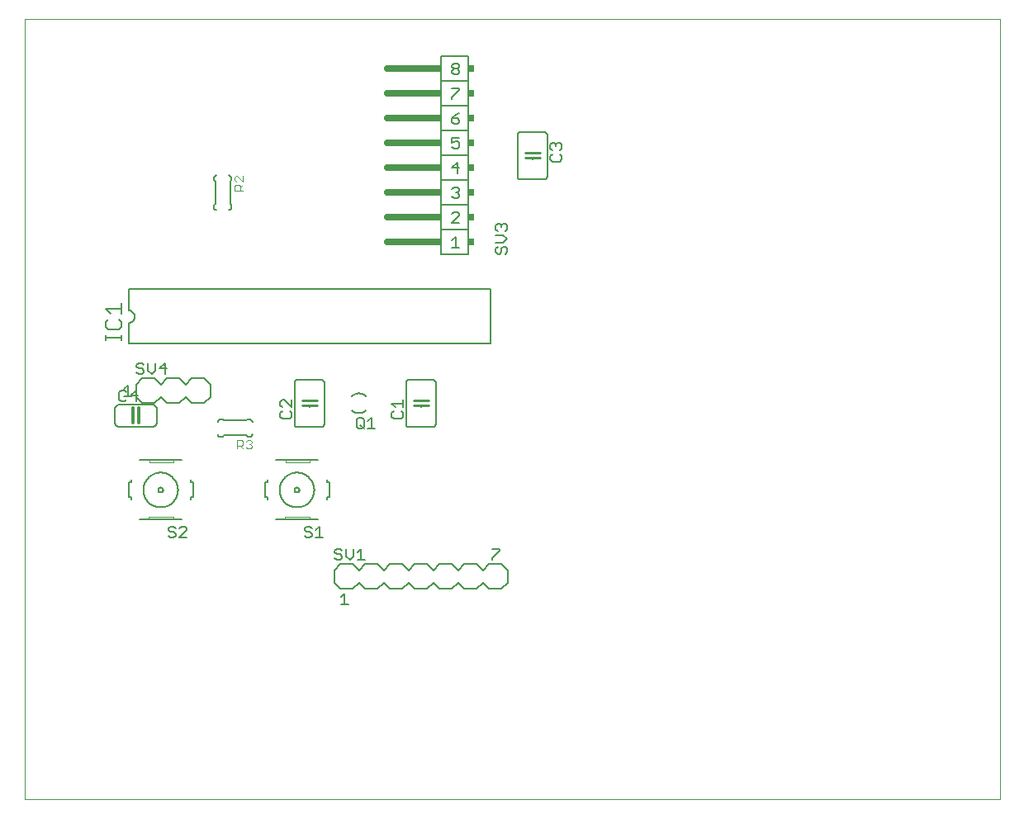
<source format=gto>
G75*
%MOIN*%
%OFA0B0*%
%FSLAX25Y25*%
%IPPOS*%
%LPD*%
%AMOC8*
5,1,8,0,0,1.08239X$1,22.5*
%
%ADD10C,0.00000*%
%ADD11C,0.00600*%
%ADD12C,0.01000*%
%ADD13C,0.00500*%
%ADD14C,0.00700*%
%ADD15C,0.00400*%
%ADD16C,0.00200*%
%ADD17C,0.02600*%
%ADD18R,0.03000X0.02600*%
%ADD19R,0.02600X0.02600*%
%ADD20C,0.01200*%
D10*
X0001000Y0001000D02*
X0001000Y0315961D01*
X0394701Y0315961D01*
X0394701Y0001000D01*
X0001000Y0001000D01*
D11*
X0126000Y0088500D02*
X0128500Y0086000D01*
X0133500Y0086000D01*
X0136000Y0088500D01*
X0138500Y0086000D01*
X0143500Y0086000D01*
X0146000Y0088500D01*
X0148500Y0086000D01*
X0153500Y0086000D01*
X0156000Y0088500D01*
X0158500Y0086000D01*
X0163500Y0086000D01*
X0166000Y0088500D01*
X0168500Y0086000D01*
X0173500Y0086000D01*
X0176000Y0088500D01*
X0178500Y0086000D01*
X0183500Y0086000D01*
X0186000Y0088500D01*
X0188500Y0086000D01*
X0193500Y0086000D01*
X0196000Y0088500D01*
X0196000Y0093500D01*
X0193500Y0096000D01*
X0188500Y0096000D01*
X0186000Y0093500D01*
X0183500Y0096000D01*
X0178500Y0096000D01*
X0176000Y0093500D01*
X0173500Y0096000D01*
X0168500Y0096000D01*
X0166000Y0093500D01*
X0163500Y0096000D01*
X0158500Y0096000D01*
X0156000Y0093500D01*
X0153500Y0096000D01*
X0148500Y0096000D01*
X0146000Y0093500D01*
X0143500Y0096000D01*
X0138500Y0096000D01*
X0136000Y0093500D01*
X0133500Y0096000D01*
X0128500Y0096000D01*
X0126000Y0093500D01*
X0126000Y0088500D01*
X0119500Y0114000D02*
X0116000Y0114000D01*
X0106000Y0114000D01*
X0102500Y0114000D01*
X0099000Y0122000D02*
X0099000Y0123000D01*
X0098000Y0123000D01*
X0098000Y0129000D01*
X0099000Y0129000D01*
X0099000Y0130000D01*
X0102500Y0138000D02*
X0106500Y0138000D01*
X0116000Y0138000D01*
X0119500Y0138000D01*
X0123000Y0130000D02*
X0123000Y0129000D01*
X0124000Y0129000D01*
X0124000Y0123000D01*
X0123000Y0123000D01*
X0123000Y0122000D01*
X0110000Y0126000D02*
X0110002Y0126063D01*
X0110008Y0126125D01*
X0110018Y0126187D01*
X0110031Y0126249D01*
X0110049Y0126309D01*
X0110070Y0126368D01*
X0110095Y0126426D01*
X0110124Y0126482D01*
X0110156Y0126536D01*
X0110191Y0126588D01*
X0110229Y0126637D01*
X0110271Y0126685D01*
X0110315Y0126729D01*
X0110363Y0126771D01*
X0110412Y0126809D01*
X0110464Y0126844D01*
X0110518Y0126876D01*
X0110574Y0126905D01*
X0110632Y0126930D01*
X0110691Y0126951D01*
X0110751Y0126969D01*
X0110813Y0126982D01*
X0110875Y0126992D01*
X0110937Y0126998D01*
X0111000Y0127000D01*
X0111063Y0126998D01*
X0111125Y0126992D01*
X0111187Y0126982D01*
X0111249Y0126969D01*
X0111309Y0126951D01*
X0111368Y0126930D01*
X0111426Y0126905D01*
X0111482Y0126876D01*
X0111536Y0126844D01*
X0111588Y0126809D01*
X0111637Y0126771D01*
X0111685Y0126729D01*
X0111729Y0126685D01*
X0111771Y0126637D01*
X0111809Y0126588D01*
X0111844Y0126536D01*
X0111876Y0126482D01*
X0111905Y0126426D01*
X0111930Y0126368D01*
X0111951Y0126309D01*
X0111969Y0126249D01*
X0111982Y0126187D01*
X0111992Y0126125D01*
X0111998Y0126063D01*
X0112000Y0126000D01*
X0111998Y0125937D01*
X0111992Y0125875D01*
X0111982Y0125813D01*
X0111969Y0125751D01*
X0111951Y0125691D01*
X0111930Y0125632D01*
X0111905Y0125574D01*
X0111876Y0125518D01*
X0111844Y0125464D01*
X0111809Y0125412D01*
X0111771Y0125363D01*
X0111729Y0125315D01*
X0111685Y0125271D01*
X0111637Y0125229D01*
X0111588Y0125191D01*
X0111536Y0125156D01*
X0111482Y0125124D01*
X0111426Y0125095D01*
X0111368Y0125070D01*
X0111309Y0125049D01*
X0111249Y0125031D01*
X0111187Y0125018D01*
X0111125Y0125008D01*
X0111063Y0125002D01*
X0111000Y0125000D01*
X0110937Y0125002D01*
X0110875Y0125008D01*
X0110813Y0125018D01*
X0110751Y0125031D01*
X0110691Y0125049D01*
X0110632Y0125070D01*
X0110574Y0125095D01*
X0110518Y0125124D01*
X0110464Y0125156D01*
X0110412Y0125191D01*
X0110363Y0125229D01*
X0110315Y0125271D01*
X0110271Y0125315D01*
X0110229Y0125363D01*
X0110191Y0125412D01*
X0110156Y0125464D01*
X0110124Y0125518D01*
X0110095Y0125574D01*
X0110070Y0125632D01*
X0110049Y0125691D01*
X0110031Y0125751D01*
X0110018Y0125813D01*
X0110008Y0125875D01*
X0110002Y0125937D01*
X0110000Y0126000D01*
X0104000Y0126000D02*
X0104002Y0126172D01*
X0104008Y0126343D01*
X0104019Y0126515D01*
X0104034Y0126686D01*
X0104053Y0126857D01*
X0104076Y0127027D01*
X0104103Y0127197D01*
X0104135Y0127366D01*
X0104170Y0127534D01*
X0104210Y0127701D01*
X0104254Y0127867D01*
X0104301Y0128032D01*
X0104353Y0128196D01*
X0104409Y0128358D01*
X0104469Y0128519D01*
X0104533Y0128679D01*
X0104601Y0128837D01*
X0104672Y0128993D01*
X0104747Y0129147D01*
X0104827Y0129300D01*
X0104909Y0129450D01*
X0104996Y0129599D01*
X0105086Y0129745D01*
X0105180Y0129889D01*
X0105277Y0130031D01*
X0105378Y0130170D01*
X0105482Y0130307D01*
X0105589Y0130441D01*
X0105700Y0130572D01*
X0105813Y0130701D01*
X0105930Y0130827D01*
X0106050Y0130950D01*
X0106173Y0131070D01*
X0106299Y0131187D01*
X0106428Y0131300D01*
X0106559Y0131411D01*
X0106693Y0131518D01*
X0106830Y0131622D01*
X0106969Y0131723D01*
X0107111Y0131820D01*
X0107255Y0131914D01*
X0107401Y0132004D01*
X0107550Y0132091D01*
X0107700Y0132173D01*
X0107853Y0132253D01*
X0108007Y0132328D01*
X0108163Y0132399D01*
X0108321Y0132467D01*
X0108481Y0132531D01*
X0108642Y0132591D01*
X0108804Y0132647D01*
X0108968Y0132699D01*
X0109133Y0132746D01*
X0109299Y0132790D01*
X0109466Y0132830D01*
X0109634Y0132865D01*
X0109803Y0132897D01*
X0109973Y0132924D01*
X0110143Y0132947D01*
X0110314Y0132966D01*
X0110485Y0132981D01*
X0110657Y0132992D01*
X0110828Y0132998D01*
X0111000Y0133000D01*
X0111172Y0132998D01*
X0111343Y0132992D01*
X0111515Y0132981D01*
X0111686Y0132966D01*
X0111857Y0132947D01*
X0112027Y0132924D01*
X0112197Y0132897D01*
X0112366Y0132865D01*
X0112534Y0132830D01*
X0112701Y0132790D01*
X0112867Y0132746D01*
X0113032Y0132699D01*
X0113196Y0132647D01*
X0113358Y0132591D01*
X0113519Y0132531D01*
X0113679Y0132467D01*
X0113837Y0132399D01*
X0113993Y0132328D01*
X0114147Y0132253D01*
X0114300Y0132173D01*
X0114450Y0132091D01*
X0114599Y0132004D01*
X0114745Y0131914D01*
X0114889Y0131820D01*
X0115031Y0131723D01*
X0115170Y0131622D01*
X0115307Y0131518D01*
X0115441Y0131411D01*
X0115572Y0131300D01*
X0115701Y0131187D01*
X0115827Y0131070D01*
X0115950Y0130950D01*
X0116070Y0130827D01*
X0116187Y0130701D01*
X0116300Y0130572D01*
X0116411Y0130441D01*
X0116518Y0130307D01*
X0116622Y0130170D01*
X0116723Y0130031D01*
X0116820Y0129889D01*
X0116914Y0129745D01*
X0117004Y0129599D01*
X0117091Y0129450D01*
X0117173Y0129300D01*
X0117253Y0129147D01*
X0117328Y0128993D01*
X0117399Y0128837D01*
X0117467Y0128679D01*
X0117531Y0128519D01*
X0117591Y0128358D01*
X0117647Y0128196D01*
X0117699Y0128032D01*
X0117746Y0127867D01*
X0117790Y0127701D01*
X0117830Y0127534D01*
X0117865Y0127366D01*
X0117897Y0127197D01*
X0117924Y0127027D01*
X0117947Y0126857D01*
X0117966Y0126686D01*
X0117981Y0126515D01*
X0117992Y0126343D01*
X0117998Y0126172D01*
X0118000Y0126000D01*
X0117998Y0125828D01*
X0117992Y0125657D01*
X0117981Y0125485D01*
X0117966Y0125314D01*
X0117947Y0125143D01*
X0117924Y0124973D01*
X0117897Y0124803D01*
X0117865Y0124634D01*
X0117830Y0124466D01*
X0117790Y0124299D01*
X0117746Y0124133D01*
X0117699Y0123968D01*
X0117647Y0123804D01*
X0117591Y0123642D01*
X0117531Y0123481D01*
X0117467Y0123321D01*
X0117399Y0123163D01*
X0117328Y0123007D01*
X0117253Y0122853D01*
X0117173Y0122700D01*
X0117091Y0122550D01*
X0117004Y0122401D01*
X0116914Y0122255D01*
X0116820Y0122111D01*
X0116723Y0121969D01*
X0116622Y0121830D01*
X0116518Y0121693D01*
X0116411Y0121559D01*
X0116300Y0121428D01*
X0116187Y0121299D01*
X0116070Y0121173D01*
X0115950Y0121050D01*
X0115827Y0120930D01*
X0115701Y0120813D01*
X0115572Y0120700D01*
X0115441Y0120589D01*
X0115307Y0120482D01*
X0115170Y0120378D01*
X0115031Y0120277D01*
X0114889Y0120180D01*
X0114745Y0120086D01*
X0114599Y0119996D01*
X0114450Y0119909D01*
X0114300Y0119827D01*
X0114147Y0119747D01*
X0113993Y0119672D01*
X0113837Y0119601D01*
X0113679Y0119533D01*
X0113519Y0119469D01*
X0113358Y0119409D01*
X0113196Y0119353D01*
X0113032Y0119301D01*
X0112867Y0119254D01*
X0112701Y0119210D01*
X0112534Y0119170D01*
X0112366Y0119135D01*
X0112197Y0119103D01*
X0112027Y0119076D01*
X0111857Y0119053D01*
X0111686Y0119034D01*
X0111515Y0119019D01*
X0111343Y0119008D01*
X0111172Y0119002D01*
X0111000Y0119000D01*
X0110828Y0119002D01*
X0110657Y0119008D01*
X0110485Y0119019D01*
X0110314Y0119034D01*
X0110143Y0119053D01*
X0109973Y0119076D01*
X0109803Y0119103D01*
X0109634Y0119135D01*
X0109466Y0119170D01*
X0109299Y0119210D01*
X0109133Y0119254D01*
X0108968Y0119301D01*
X0108804Y0119353D01*
X0108642Y0119409D01*
X0108481Y0119469D01*
X0108321Y0119533D01*
X0108163Y0119601D01*
X0108007Y0119672D01*
X0107853Y0119747D01*
X0107700Y0119827D01*
X0107550Y0119909D01*
X0107401Y0119996D01*
X0107255Y0120086D01*
X0107111Y0120180D01*
X0106969Y0120277D01*
X0106830Y0120378D01*
X0106693Y0120482D01*
X0106559Y0120589D01*
X0106428Y0120700D01*
X0106299Y0120813D01*
X0106173Y0120930D01*
X0106050Y0121050D01*
X0105930Y0121173D01*
X0105813Y0121299D01*
X0105700Y0121428D01*
X0105589Y0121559D01*
X0105482Y0121693D01*
X0105378Y0121830D01*
X0105277Y0121969D01*
X0105180Y0122111D01*
X0105086Y0122255D01*
X0104996Y0122401D01*
X0104909Y0122550D01*
X0104827Y0122700D01*
X0104747Y0122853D01*
X0104672Y0123007D01*
X0104601Y0123163D01*
X0104533Y0123321D01*
X0104469Y0123481D01*
X0104409Y0123642D01*
X0104353Y0123804D01*
X0104301Y0123968D01*
X0104254Y0124133D01*
X0104210Y0124299D01*
X0104170Y0124466D01*
X0104135Y0124634D01*
X0104103Y0124803D01*
X0104076Y0124973D01*
X0104053Y0125143D01*
X0104034Y0125314D01*
X0104019Y0125485D01*
X0104008Y0125657D01*
X0104002Y0125828D01*
X0104000Y0126000D01*
X0092000Y0147500D02*
X0091000Y0147500D01*
X0090500Y0148000D01*
X0081500Y0148000D01*
X0081000Y0147500D01*
X0080000Y0147500D01*
X0079940Y0147502D01*
X0079879Y0147507D01*
X0079820Y0147516D01*
X0079761Y0147529D01*
X0079702Y0147545D01*
X0079645Y0147565D01*
X0079590Y0147588D01*
X0079535Y0147615D01*
X0079483Y0147644D01*
X0079432Y0147677D01*
X0079383Y0147713D01*
X0079337Y0147751D01*
X0079293Y0147793D01*
X0079251Y0147837D01*
X0079213Y0147883D01*
X0079177Y0147932D01*
X0079144Y0147983D01*
X0079115Y0148035D01*
X0079088Y0148090D01*
X0079065Y0148145D01*
X0079045Y0148202D01*
X0079029Y0148261D01*
X0079016Y0148320D01*
X0079007Y0148379D01*
X0079002Y0148440D01*
X0079000Y0148500D01*
X0079000Y0153500D02*
X0079002Y0153560D01*
X0079007Y0153621D01*
X0079016Y0153680D01*
X0079029Y0153739D01*
X0079045Y0153798D01*
X0079065Y0153855D01*
X0079088Y0153910D01*
X0079115Y0153965D01*
X0079144Y0154017D01*
X0079177Y0154068D01*
X0079213Y0154117D01*
X0079251Y0154163D01*
X0079293Y0154207D01*
X0079337Y0154249D01*
X0079383Y0154287D01*
X0079432Y0154323D01*
X0079483Y0154356D01*
X0079535Y0154385D01*
X0079590Y0154412D01*
X0079645Y0154435D01*
X0079702Y0154455D01*
X0079761Y0154471D01*
X0079820Y0154484D01*
X0079879Y0154493D01*
X0079940Y0154498D01*
X0080000Y0154500D01*
X0081000Y0154500D01*
X0081500Y0154000D01*
X0090500Y0154000D01*
X0091000Y0154500D01*
X0092000Y0154500D01*
X0092060Y0154498D01*
X0092121Y0154493D01*
X0092180Y0154484D01*
X0092239Y0154471D01*
X0092298Y0154455D01*
X0092355Y0154435D01*
X0092410Y0154412D01*
X0092465Y0154385D01*
X0092517Y0154356D01*
X0092568Y0154323D01*
X0092617Y0154287D01*
X0092663Y0154249D01*
X0092707Y0154207D01*
X0092749Y0154163D01*
X0092787Y0154117D01*
X0092823Y0154068D01*
X0092856Y0154017D01*
X0092885Y0153965D01*
X0092912Y0153910D01*
X0092935Y0153855D01*
X0092955Y0153798D01*
X0092971Y0153739D01*
X0092984Y0153680D01*
X0092993Y0153621D01*
X0092998Y0153560D01*
X0093000Y0153500D01*
X0093000Y0148500D02*
X0092998Y0148440D01*
X0092993Y0148379D01*
X0092984Y0148320D01*
X0092971Y0148261D01*
X0092955Y0148202D01*
X0092935Y0148145D01*
X0092912Y0148090D01*
X0092885Y0148035D01*
X0092856Y0147983D01*
X0092823Y0147932D01*
X0092787Y0147883D01*
X0092749Y0147837D01*
X0092707Y0147793D01*
X0092663Y0147751D01*
X0092617Y0147713D01*
X0092568Y0147677D01*
X0092517Y0147644D01*
X0092465Y0147615D01*
X0092410Y0147588D01*
X0092355Y0147565D01*
X0092298Y0147545D01*
X0092239Y0147529D01*
X0092180Y0147516D01*
X0092121Y0147507D01*
X0092060Y0147502D01*
X0092000Y0147500D01*
X0110000Y0152500D02*
X0110000Y0169500D01*
X0110002Y0169560D01*
X0110007Y0169621D01*
X0110016Y0169680D01*
X0110029Y0169739D01*
X0110045Y0169798D01*
X0110065Y0169855D01*
X0110088Y0169910D01*
X0110115Y0169965D01*
X0110144Y0170017D01*
X0110177Y0170068D01*
X0110213Y0170117D01*
X0110251Y0170163D01*
X0110293Y0170207D01*
X0110337Y0170249D01*
X0110383Y0170287D01*
X0110432Y0170323D01*
X0110483Y0170356D01*
X0110535Y0170385D01*
X0110590Y0170412D01*
X0110645Y0170435D01*
X0110702Y0170455D01*
X0110761Y0170471D01*
X0110820Y0170484D01*
X0110879Y0170493D01*
X0110940Y0170498D01*
X0111000Y0170500D01*
X0121000Y0170500D01*
X0121060Y0170498D01*
X0121121Y0170493D01*
X0121180Y0170484D01*
X0121239Y0170471D01*
X0121298Y0170455D01*
X0121355Y0170435D01*
X0121410Y0170412D01*
X0121465Y0170385D01*
X0121517Y0170356D01*
X0121568Y0170323D01*
X0121617Y0170287D01*
X0121663Y0170249D01*
X0121707Y0170207D01*
X0121749Y0170163D01*
X0121787Y0170117D01*
X0121823Y0170068D01*
X0121856Y0170017D01*
X0121885Y0169965D01*
X0121912Y0169910D01*
X0121935Y0169855D01*
X0121955Y0169798D01*
X0121971Y0169739D01*
X0121984Y0169680D01*
X0121993Y0169621D01*
X0121998Y0169560D01*
X0122000Y0169500D01*
X0122000Y0152500D01*
X0121998Y0152440D01*
X0121993Y0152379D01*
X0121984Y0152320D01*
X0121971Y0152261D01*
X0121955Y0152202D01*
X0121935Y0152145D01*
X0121912Y0152090D01*
X0121885Y0152035D01*
X0121856Y0151983D01*
X0121823Y0151932D01*
X0121787Y0151883D01*
X0121749Y0151837D01*
X0121707Y0151793D01*
X0121663Y0151751D01*
X0121617Y0151713D01*
X0121568Y0151677D01*
X0121517Y0151644D01*
X0121465Y0151615D01*
X0121410Y0151588D01*
X0121355Y0151565D01*
X0121298Y0151545D01*
X0121239Y0151529D01*
X0121180Y0151516D01*
X0121121Y0151507D01*
X0121060Y0151502D01*
X0121000Y0151500D01*
X0111000Y0151500D01*
X0110940Y0151502D01*
X0110879Y0151507D01*
X0110820Y0151516D01*
X0110761Y0151529D01*
X0110702Y0151545D01*
X0110645Y0151565D01*
X0110590Y0151588D01*
X0110535Y0151615D01*
X0110483Y0151644D01*
X0110432Y0151677D01*
X0110383Y0151713D01*
X0110337Y0151751D01*
X0110293Y0151793D01*
X0110251Y0151837D01*
X0110213Y0151883D01*
X0110177Y0151932D01*
X0110144Y0151983D01*
X0110115Y0152035D01*
X0110088Y0152090D01*
X0110065Y0152145D01*
X0110045Y0152202D01*
X0110029Y0152261D01*
X0110016Y0152320D01*
X0110007Y0152379D01*
X0110002Y0152440D01*
X0110000Y0152500D01*
X0116000Y0159500D02*
X0116000Y0160000D01*
X0116000Y0162000D02*
X0116000Y0162500D01*
X0136000Y0165000D02*
X0136126Y0164998D01*
X0136251Y0164992D01*
X0136377Y0164982D01*
X0136501Y0164968D01*
X0136626Y0164951D01*
X0136750Y0164929D01*
X0136873Y0164904D01*
X0136995Y0164874D01*
X0137116Y0164841D01*
X0137236Y0164804D01*
X0137355Y0164763D01*
X0137473Y0164719D01*
X0137589Y0164671D01*
X0137703Y0164619D01*
X0137816Y0164564D01*
X0137927Y0164505D01*
X0138036Y0164443D01*
X0138143Y0164377D01*
X0138248Y0164308D01*
X0138351Y0164236D01*
X0138452Y0164161D01*
X0138550Y0164082D01*
X0138645Y0164000D01*
X0138738Y0163916D01*
X0138829Y0163828D01*
X0136000Y0165000D02*
X0135874Y0164998D01*
X0135749Y0164992D01*
X0135623Y0164982D01*
X0135499Y0164968D01*
X0135374Y0164951D01*
X0135250Y0164929D01*
X0135127Y0164904D01*
X0135005Y0164874D01*
X0134884Y0164841D01*
X0134764Y0164804D01*
X0134645Y0164763D01*
X0134527Y0164719D01*
X0134411Y0164671D01*
X0134297Y0164619D01*
X0134184Y0164564D01*
X0134073Y0164505D01*
X0133964Y0164443D01*
X0133857Y0164377D01*
X0133752Y0164308D01*
X0133649Y0164236D01*
X0133548Y0164161D01*
X0133450Y0164082D01*
X0133355Y0164000D01*
X0133262Y0163916D01*
X0133171Y0163828D01*
X0136000Y0157000D02*
X0136126Y0157002D01*
X0136251Y0157008D01*
X0136377Y0157018D01*
X0136501Y0157032D01*
X0136626Y0157049D01*
X0136750Y0157071D01*
X0136873Y0157096D01*
X0136995Y0157126D01*
X0137116Y0157159D01*
X0137236Y0157196D01*
X0137355Y0157237D01*
X0137473Y0157281D01*
X0137589Y0157329D01*
X0137703Y0157381D01*
X0137816Y0157436D01*
X0137927Y0157495D01*
X0138036Y0157557D01*
X0138143Y0157623D01*
X0138248Y0157692D01*
X0138351Y0157764D01*
X0138452Y0157839D01*
X0138550Y0157918D01*
X0138645Y0158000D01*
X0138738Y0158084D01*
X0138829Y0158172D01*
X0136000Y0157000D02*
X0135874Y0157002D01*
X0135749Y0157008D01*
X0135623Y0157018D01*
X0135499Y0157032D01*
X0135374Y0157049D01*
X0135250Y0157071D01*
X0135127Y0157096D01*
X0135005Y0157126D01*
X0134884Y0157159D01*
X0134764Y0157196D01*
X0134645Y0157237D01*
X0134527Y0157281D01*
X0134411Y0157329D01*
X0134297Y0157381D01*
X0134184Y0157436D01*
X0134073Y0157495D01*
X0133964Y0157557D01*
X0133857Y0157623D01*
X0133752Y0157692D01*
X0133649Y0157764D01*
X0133548Y0157839D01*
X0133450Y0157918D01*
X0133355Y0158000D01*
X0133262Y0158084D01*
X0133171Y0158172D01*
X0155000Y0152500D02*
X0155000Y0169500D01*
X0155002Y0169560D01*
X0155007Y0169621D01*
X0155016Y0169680D01*
X0155029Y0169739D01*
X0155045Y0169798D01*
X0155065Y0169855D01*
X0155088Y0169910D01*
X0155115Y0169965D01*
X0155144Y0170017D01*
X0155177Y0170068D01*
X0155213Y0170117D01*
X0155251Y0170163D01*
X0155293Y0170207D01*
X0155337Y0170249D01*
X0155383Y0170287D01*
X0155432Y0170323D01*
X0155483Y0170356D01*
X0155535Y0170385D01*
X0155590Y0170412D01*
X0155645Y0170435D01*
X0155702Y0170455D01*
X0155761Y0170471D01*
X0155820Y0170484D01*
X0155879Y0170493D01*
X0155940Y0170498D01*
X0156000Y0170500D01*
X0166000Y0170500D01*
X0166060Y0170498D01*
X0166121Y0170493D01*
X0166180Y0170484D01*
X0166239Y0170471D01*
X0166298Y0170455D01*
X0166355Y0170435D01*
X0166410Y0170412D01*
X0166465Y0170385D01*
X0166517Y0170356D01*
X0166568Y0170323D01*
X0166617Y0170287D01*
X0166663Y0170249D01*
X0166707Y0170207D01*
X0166749Y0170163D01*
X0166787Y0170117D01*
X0166823Y0170068D01*
X0166856Y0170017D01*
X0166885Y0169965D01*
X0166912Y0169910D01*
X0166935Y0169855D01*
X0166955Y0169798D01*
X0166971Y0169739D01*
X0166984Y0169680D01*
X0166993Y0169621D01*
X0166998Y0169560D01*
X0167000Y0169500D01*
X0167000Y0152500D01*
X0166998Y0152440D01*
X0166993Y0152379D01*
X0166984Y0152320D01*
X0166971Y0152261D01*
X0166955Y0152202D01*
X0166935Y0152145D01*
X0166912Y0152090D01*
X0166885Y0152035D01*
X0166856Y0151983D01*
X0166823Y0151932D01*
X0166787Y0151883D01*
X0166749Y0151837D01*
X0166707Y0151793D01*
X0166663Y0151751D01*
X0166617Y0151713D01*
X0166568Y0151677D01*
X0166517Y0151644D01*
X0166465Y0151615D01*
X0166410Y0151588D01*
X0166355Y0151565D01*
X0166298Y0151545D01*
X0166239Y0151529D01*
X0166180Y0151516D01*
X0166121Y0151507D01*
X0166060Y0151502D01*
X0166000Y0151500D01*
X0156000Y0151500D01*
X0155940Y0151502D01*
X0155879Y0151507D01*
X0155820Y0151516D01*
X0155761Y0151529D01*
X0155702Y0151545D01*
X0155645Y0151565D01*
X0155590Y0151588D01*
X0155535Y0151615D01*
X0155483Y0151644D01*
X0155432Y0151677D01*
X0155383Y0151713D01*
X0155337Y0151751D01*
X0155293Y0151793D01*
X0155251Y0151837D01*
X0155213Y0151883D01*
X0155177Y0151932D01*
X0155144Y0151983D01*
X0155115Y0152035D01*
X0155088Y0152090D01*
X0155065Y0152145D01*
X0155045Y0152202D01*
X0155029Y0152261D01*
X0155016Y0152320D01*
X0155007Y0152379D01*
X0155002Y0152440D01*
X0155000Y0152500D01*
X0161000Y0159500D02*
X0161000Y0160000D01*
X0161000Y0162000D02*
X0161000Y0162500D01*
X0189000Y0185000D02*
X0189000Y0207000D01*
X0043000Y0207000D01*
X0043000Y0198500D01*
X0043098Y0198498D01*
X0043196Y0198492D01*
X0043294Y0198483D01*
X0043391Y0198469D01*
X0043488Y0198452D01*
X0043584Y0198431D01*
X0043679Y0198406D01*
X0043773Y0198378D01*
X0043865Y0198345D01*
X0043957Y0198310D01*
X0044047Y0198270D01*
X0044135Y0198228D01*
X0044222Y0198181D01*
X0044306Y0198132D01*
X0044389Y0198079D01*
X0044469Y0198023D01*
X0044548Y0197963D01*
X0044624Y0197901D01*
X0044697Y0197836D01*
X0044768Y0197768D01*
X0044836Y0197697D01*
X0044901Y0197624D01*
X0044963Y0197548D01*
X0045023Y0197469D01*
X0045079Y0197389D01*
X0045132Y0197306D01*
X0045181Y0197222D01*
X0045228Y0197135D01*
X0045270Y0197047D01*
X0045310Y0196957D01*
X0045345Y0196865D01*
X0045378Y0196773D01*
X0045406Y0196679D01*
X0045431Y0196584D01*
X0045452Y0196488D01*
X0045469Y0196391D01*
X0045483Y0196294D01*
X0045492Y0196196D01*
X0045498Y0196098D01*
X0045500Y0196000D01*
X0045498Y0195902D01*
X0045492Y0195804D01*
X0045483Y0195706D01*
X0045469Y0195609D01*
X0045452Y0195512D01*
X0045431Y0195416D01*
X0045406Y0195321D01*
X0045378Y0195227D01*
X0045345Y0195135D01*
X0045310Y0195043D01*
X0045270Y0194953D01*
X0045228Y0194865D01*
X0045181Y0194778D01*
X0045132Y0194694D01*
X0045079Y0194611D01*
X0045023Y0194531D01*
X0044963Y0194452D01*
X0044901Y0194376D01*
X0044836Y0194303D01*
X0044768Y0194232D01*
X0044697Y0194164D01*
X0044624Y0194099D01*
X0044548Y0194037D01*
X0044469Y0193977D01*
X0044389Y0193921D01*
X0044306Y0193868D01*
X0044222Y0193819D01*
X0044135Y0193772D01*
X0044047Y0193730D01*
X0043957Y0193690D01*
X0043865Y0193655D01*
X0043773Y0193622D01*
X0043679Y0193594D01*
X0043584Y0193569D01*
X0043488Y0193548D01*
X0043391Y0193531D01*
X0043294Y0193517D01*
X0043196Y0193508D01*
X0043098Y0193502D01*
X0043000Y0193500D01*
X0043000Y0185000D01*
X0189000Y0185000D01*
X0180000Y0221000D02*
X0169000Y0221000D01*
X0169000Y0231000D01*
X0169000Y0241000D01*
X0180000Y0241000D01*
X0180000Y0231000D01*
X0180000Y0221000D01*
X0180000Y0231000D02*
X0169000Y0231000D01*
X0169000Y0241000D02*
X0169000Y0251000D01*
X0169000Y0261000D01*
X0169000Y0271000D01*
X0180000Y0271000D01*
X0180000Y0261000D01*
X0180000Y0251000D01*
X0180000Y0241000D01*
X0180000Y0251000D02*
X0169000Y0251000D01*
X0169000Y0261000D02*
X0180000Y0261000D01*
X0180000Y0271000D02*
X0180000Y0281000D01*
X0180000Y0291000D01*
X0169000Y0291000D01*
X0169000Y0281000D01*
X0169000Y0271000D01*
X0169000Y0281000D02*
X0180000Y0281000D01*
X0180000Y0291000D02*
X0180000Y0301000D01*
X0169000Y0301000D01*
X0169000Y0291000D01*
X0200000Y0269500D02*
X0200000Y0252500D01*
X0200002Y0252440D01*
X0200007Y0252379D01*
X0200016Y0252320D01*
X0200029Y0252261D01*
X0200045Y0252202D01*
X0200065Y0252145D01*
X0200088Y0252090D01*
X0200115Y0252035D01*
X0200144Y0251983D01*
X0200177Y0251932D01*
X0200213Y0251883D01*
X0200251Y0251837D01*
X0200293Y0251793D01*
X0200337Y0251751D01*
X0200383Y0251713D01*
X0200432Y0251677D01*
X0200483Y0251644D01*
X0200535Y0251615D01*
X0200590Y0251588D01*
X0200645Y0251565D01*
X0200702Y0251545D01*
X0200761Y0251529D01*
X0200820Y0251516D01*
X0200879Y0251507D01*
X0200940Y0251502D01*
X0201000Y0251500D01*
X0211000Y0251500D01*
X0211060Y0251502D01*
X0211121Y0251507D01*
X0211180Y0251516D01*
X0211239Y0251529D01*
X0211298Y0251545D01*
X0211355Y0251565D01*
X0211410Y0251588D01*
X0211465Y0251615D01*
X0211517Y0251644D01*
X0211568Y0251677D01*
X0211617Y0251713D01*
X0211663Y0251751D01*
X0211707Y0251793D01*
X0211749Y0251837D01*
X0211787Y0251883D01*
X0211823Y0251932D01*
X0211856Y0251983D01*
X0211885Y0252035D01*
X0211912Y0252090D01*
X0211935Y0252145D01*
X0211955Y0252202D01*
X0211971Y0252261D01*
X0211984Y0252320D01*
X0211993Y0252379D01*
X0211998Y0252440D01*
X0212000Y0252500D01*
X0212000Y0269500D01*
X0211998Y0269560D01*
X0211993Y0269621D01*
X0211984Y0269680D01*
X0211971Y0269739D01*
X0211955Y0269798D01*
X0211935Y0269855D01*
X0211912Y0269910D01*
X0211885Y0269965D01*
X0211856Y0270017D01*
X0211823Y0270068D01*
X0211787Y0270117D01*
X0211749Y0270163D01*
X0211707Y0270207D01*
X0211663Y0270249D01*
X0211617Y0270287D01*
X0211568Y0270323D01*
X0211517Y0270356D01*
X0211465Y0270385D01*
X0211410Y0270412D01*
X0211355Y0270435D01*
X0211298Y0270455D01*
X0211239Y0270471D01*
X0211180Y0270484D01*
X0211121Y0270493D01*
X0211060Y0270498D01*
X0211000Y0270500D01*
X0201000Y0270500D01*
X0200940Y0270498D01*
X0200879Y0270493D01*
X0200820Y0270484D01*
X0200761Y0270471D01*
X0200702Y0270455D01*
X0200645Y0270435D01*
X0200590Y0270412D01*
X0200535Y0270385D01*
X0200483Y0270356D01*
X0200432Y0270323D01*
X0200383Y0270287D01*
X0200337Y0270249D01*
X0200293Y0270207D01*
X0200251Y0270163D01*
X0200213Y0270117D01*
X0200177Y0270068D01*
X0200144Y0270017D01*
X0200115Y0269965D01*
X0200088Y0269910D01*
X0200065Y0269855D01*
X0200045Y0269798D01*
X0200029Y0269739D01*
X0200016Y0269680D01*
X0200007Y0269621D01*
X0200002Y0269560D01*
X0200000Y0269500D01*
X0206000Y0262500D02*
X0206000Y0262000D01*
X0206000Y0260000D02*
X0206000Y0259500D01*
X0084500Y0252000D02*
X0084500Y0251000D01*
X0084000Y0250500D01*
X0084000Y0241500D01*
X0084500Y0241000D01*
X0084500Y0240000D01*
X0084498Y0239940D01*
X0084493Y0239879D01*
X0084484Y0239820D01*
X0084471Y0239761D01*
X0084455Y0239702D01*
X0084435Y0239645D01*
X0084412Y0239590D01*
X0084385Y0239535D01*
X0084356Y0239483D01*
X0084323Y0239432D01*
X0084287Y0239383D01*
X0084249Y0239337D01*
X0084207Y0239293D01*
X0084163Y0239251D01*
X0084117Y0239213D01*
X0084068Y0239177D01*
X0084017Y0239144D01*
X0083965Y0239115D01*
X0083910Y0239088D01*
X0083855Y0239065D01*
X0083798Y0239045D01*
X0083739Y0239029D01*
X0083680Y0239016D01*
X0083621Y0239007D01*
X0083560Y0239002D01*
X0083500Y0239000D01*
X0078500Y0239000D02*
X0078440Y0239002D01*
X0078379Y0239007D01*
X0078320Y0239016D01*
X0078261Y0239029D01*
X0078202Y0239045D01*
X0078145Y0239065D01*
X0078090Y0239088D01*
X0078035Y0239115D01*
X0077983Y0239144D01*
X0077932Y0239177D01*
X0077883Y0239213D01*
X0077837Y0239251D01*
X0077793Y0239293D01*
X0077751Y0239337D01*
X0077713Y0239383D01*
X0077677Y0239432D01*
X0077644Y0239483D01*
X0077615Y0239535D01*
X0077588Y0239590D01*
X0077565Y0239645D01*
X0077545Y0239702D01*
X0077529Y0239761D01*
X0077516Y0239820D01*
X0077507Y0239879D01*
X0077502Y0239940D01*
X0077500Y0240000D01*
X0077500Y0241000D01*
X0078000Y0241500D01*
X0078000Y0250500D01*
X0077500Y0251000D01*
X0077500Y0252000D01*
X0077502Y0252060D01*
X0077507Y0252121D01*
X0077516Y0252180D01*
X0077529Y0252239D01*
X0077545Y0252298D01*
X0077565Y0252355D01*
X0077588Y0252410D01*
X0077615Y0252465D01*
X0077644Y0252517D01*
X0077677Y0252568D01*
X0077713Y0252617D01*
X0077751Y0252663D01*
X0077793Y0252707D01*
X0077837Y0252749D01*
X0077883Y0252787D01*
X0077932Y0252823D01*
X0077983Y0252856D01*
X0078035Y0252885D01*
X0078090Y0252912D01*
X0078145Y0252935D01*
X0078202Y0252955D01*
X0078261Y0252971D01*
X0078320Y0252984D01*
X0078379Y0252993D01*
X0078440Y0252998D01*
X0078500Y0253000D01*
X0083500Y0253000D02*
X0083560Y0252998D01*
X0083621Y0252993D01*
X0083680Y0252984D01*
X0083739Y0252971D01*
X0083798Y0252955D01*
X0083855Y0252935D01*
X0083910Y0252912D01*
X0083965Y0252885D01*
X0084017Y0252856D01*
X0084068Y0252823D01*
X0084117Y0252787D01*
X0084163Y0252749D01*
X0084207Y0252707D01*
X0084249Y0252663D01*
X0084287Y0252617D01*
X0084323Y0252568D01*
X0084356Y0252517D01*
X0084385Y0252465D01*
X0084412Y0252410D01*
X0084435Y0252355D01*
X0084455Y0252298D01*
X0084471Y0252239D01*
X0084484Y0252180D01*
X0084493Y0252121D01*
X0084498Y0252060D01*
X0084500Y0252000D01*
X0073500Y0171000D02*
X0068500Y0171000D01*
X0066000Y0168500D01*
X0063500Y0171000D01*
X0058500Y0171000D01*
X0056000Y0168500D01*
X0053500Y0171000D01*
X0048500Y0171000D01*
X0046000Y0168500D01*
X0046000Y0163500D01*
X0048500Y0161000D01*
X0053500Y0161000D01*
X0056000Y0163500D01*
X0058500Y0161000D01*
X0063500Y0161000D01*
X0066000Y0163500D01*
X0068500Y0161000D01*
X0073500Y0161000D01*
X0076000Y0163500D01*
X0076000Y0168500D01*
X0073500Y0171000D01*
X0054500Y0158500D02*
X0054500Y0153500D01*
X0054498Y0153413D01*
X0054492Y0153326D01*
X0054483Y0153239D01*
X0054470Y0153153D01*
X0054453Y0153067D01*
X0054432Y0152982D01*
X0054407Y0152899D01*
X0054379Y0152816D01*
X0054348Y0152735D01*
X0054313Y0152655D01*
X0054274Y0152577D01*
X0054232Y0152500D01*
X0054187Y0152425D01*
X0054138Y0152353D01*
X0054087Y0152282D01*
X0054032Y0152214D01*
X0053975Y0152149D01*
X0053914Y0152086D01*
X0053851Y0152025D01*
X0053786Y0151968D01*
X0053718Y0151913D01*
X0053647Y0151862D01*
X0053575Y0151813D01*
X0053500Y0151768D01*
X0053423Y0151726D01*
X0053345Y0151687D01*
X0053265Y0151652D01*
X0053184Y0151621D01*
X0053101Y0151593D01*
X0053018Y0151568D01*
X0052933Y0151547D01*
X0052847Y0151530D01*
X0052761Y0151517D01*
X0052674Y0151508D01*
X0052587Y0151502D01*
X0052500Y0151500D01*
X0039500Y0151500D01*
X0039413Y0151502D01*
X0039326Y0151508D01*
X0039239Y0151517D01*
X0039153Y0151530D01*
X0039067Y0151547D01*
X0038982Y0151568D01*
X0038899Y0151593D01*
X0038816Y0151621D01*
X0038735Y0151652D01*
X0038655Y0151687D01*
X0038577Y0151726D01*
X0038500Y0151768D01*
X0038425Y0151813D01*
X0038353Y0151862D01*
X0038282Y0151913D01*
X0038214Y0151968D01*
X0038149Y0152025D01*
X0038086Y0152086D01*
X0038025Y0152149D01*
X0037968Y0152214D01*
X0037913Y0152282D01*
X0037862Y0152353D01*
X0037813Y0152425D01*
X0037768Y0152500D01*
X0037726Y0152577D01*
X0037687Y0152655D01*
X0037652Y0152735D01*
X0037621Y0152816D01*
X0037593Y0152899D01*
X0037568Y0152982D01*
X0037547Y0153067D01*
X0037530Y0153153D01*
X0037517Y0153239D01*
X0037508Y0153326D01*
X0037502Y0153413D01*
X0037500Y0153500D01*
X0037500Y0158500D01*
X0037502Y0158587D01*
X0037508Y0158674D01*
X0037517Y0158761D01*
X0037530Y0158847D01*
X0037547Y0158933D01*
X0037568Y0159018D01*
X0037593Y0159101D01*
X0037621Y0159184D01*
X0037652Y0159265D01*
X0037687Y0159345D01*
X0037726Y0159423D01*
X0037768Y0159500D01*
X0037813Y0159575D01*
X0037862Y0159647D01*
X0037913Y0159718D01*
X0037968Y0159786D01*
X0038025Y0159851D01*
X0038086Y0159914D01*
X0038149Y0159975D01*
X0038214Y0160032D01*
X0038282Y0160087D01*
X0038353Y0160138D01*
X0038425Y0160187D01*
X0038500Y0160232D01*
X0038577Y0160274D01*
X0038655Y0160313D01*
X0038735Y0160348D01*
X0038816Y0160379D01*
X0038899Y0160407D01*
X0038982Y0160432D01*
X0039067Y0160453D01*
X0039153Y0160470D01*
X0039239Y0160483D01*
X0039326Y0160492D01*
X0039413Y0160498D01*
X0039500Y0160500D01*
X0052500Y0160500D01*
X0052587Y0160498D01*
X0052674Y0160492D01*
X0052761Y0160483D01*
X0052847Y0160470D01*
X0052933Y0160453D01*
X0053018Y0160432D01*
X0053101Y0160407D01*
X0053184Y0160379D01*
X0053265Y0160348D01*
X0053345Y0160313D01*
X0053423Y0160274D01*
X0053500Y0160232D01*
X0053575Y0160187D01*
X0053647Y0160138D01*
X0053718Y0160087D01*
X0053786Y0160032D01*
X0053851Y0159975D01*
X0053914Y0159914D01*
X0053975Y0159851D01*
X0054032Y0159786D01*
X0054087Y0159718D01*
X0054138Y0159647D01*
X0054187Y0159575D01*
X0054232Y0159500D01*
X0054274Y0159423D01*
X0054313Y0159345D01*
X0054348Y0159265D01*
X0054379Y0159184D01*
X0054407Y0159101D01*
X0054432Y0159018D01*
X0054453Y0158933D01*
X0054470Y0158847D01*
X0054483Y0158761D01*
X0054492Y0158674D01*
X0054498Y0158587D01*
X0054500Y0158500D01*
X0051500Y0138000D02*
X0047500Y0138000D01*
X0051500Y0138000D02*
X0061000Y0138000D01*
X0064500Y0138000D01*
X0068000Y0130000D02*
X0068000Y0129000D01*
X0069000Y0129000D01*
X0069000Y0123000D01*
X0068000Y0123000D01*
X0068000Y0122000D01*
X0064500Y0114000D02*
X0061000Y0114000D01*
X0051000Y0114000D01*
X0047500Y0114000D01*
X0044000Y0122000D02*
X0044000Y0123000D01*
X0043000Y0123000D01*
X0043000Y0129000D01*
X0044000Y0129000D01*
X0044000Y0130000D01*
X0055000Y0126000D02*
X0055002Y0126063D01*
X0055008Y0126125D01*
X0055018Y0126187D01*
X0055031Y0126249D01*
X0055049Y0126309D01*
X0055070Y0126368D01*
X0055095Y0126426D01*
X0055124Y0126482D01*
X0055156Y0126536D01*
X0055191Y0126588D01*
X0055229Y0126637D01*
X0055271Y0126685D01*
X0055315Y0126729D01*
X0055363Y0126771D01*
X0055412Y0126809D01*
X0055464Y0126844D01*
X0055518Y0126876D01*
X0055574Y0126905D01*
X0055632Y0126930D01*
X0055691Y0126951D01*
X0055751Y0126969D01*
X0055813Y0126982D01*
X0055875Y0126992D01*
X0055937Y0126998D01*
X0056000Y0127000D01*
X0056063Y0126998D01*
X0056125Y0126992D01*
X0056187Y0126982D01*
X0056249Y0126969D01*
X0056309Y0126951D01*
X0056368Y0126930D01*
X0056426Y0126905D01*
X0056482Y0126876D01*
X0056536Y0126844D01*
X0056588Y0126809D01*
X0056637Y0126771D01*
X0056685Y0126729D01*
X0056729Y0126685D01*
X0056771Y0126637D01*
X0056809Y0126588D01*
X0056844Y0126536D01*
X0056876Y0126482D01*
X0056905Y0126426D01*
X0056930Y0126368D01*
X0056951Y0126309D01*
X0056969Y0126249D01*
X0056982Y0126187D01*
X0056992Y0126125D01*
X0056998Y0126063D01*
X0057000Y0126000D01*
X0056998Y0125937D01*
X0056992Y0125875D01*
X0056982Y0125813D01*
X0056969Y0125751D01*
X0056951Y0125691D01*
X0056930Y0125632D01*
X0056905Y0125574D01*
X0056876Y0125518D01*
X0056844Y0125464D01*
X0056809Y0125412D01*
X0056771Y0125363D01*
X0056729Y0125315D01*
X0056685Y0125271D01*
X0056637Y0125229D01*
X0056588Y0125191D01*
X0056536Y0125156D01*
X0056482Y0125124D01*
X0056426Y0125095D01*
X0056368Y0125070D01*
X0056309Y0125049D01*
X0056249Y0125031D01*
X0056187Y0125018D01*
X0056125Y0125008D01*
X0056063Y0125002D01*
X0056000Y0125000D01*
X0055937Y0125002D01*
X0055875Y0125008D01*
X0055813Y0125018D01*
X0055751Y0125031D01*
X0055691Y0125049D01*
X0055632Y0125070D01*
X0055574Y0125095D01*
X0055518Y0125124D01*
X0055464Y0125156D01*
X0055412Y0125191D01*
X0055363Y0125229D01*
X0055315Y0125271D01*
X0055271Y0125315D01*
X0055229Y0125363D01*
X0055191Y0125412D01*
X0055156Y0125464D01*
X0055124Y0125518D01*
X0055095Y0125574D01*
X0055070Y0125632D01*
X0055049Y0125691D01*
X0055031Y0125751D01*
X0055018Y0125813D01*
X0055008Y0125875D01*
X0055002Y0125937D01*
X0055000Y0126000D01*
X0049000Y0126000D02*
X0049002Y0126172D01*
X0049008Y0126343D01*
X0049019Y0126515D01*
X0049034Y0126686D01*
X0049053Y0126857D01*
X0049076Y0127027D01*
X0049103Y0127197D01*
X0049135Y0127366D01*
X0049170Y0127534D01*
X0049210Y0127701D01*
X0049254Y0127867D01*
X0049301Y0128032D01*
X0049353Y0128196D01*
X0049409Y0128358D01*
X0049469Y0128519D01*
X0049533Y0128679D01*
X0049601Y0128837D01*
X0049672Y0128993D01*
X0049747Y0129147D01*
X0049827Y0129300D01*
X0049909Y0129450D01*
X0049996Y0129599D01*
X0050086Y0129745D01*
X0050180Y0129889D01*
X0050277Y0130031D01*
X0050378Y0130170D01*
X0050482Y0130307D01*
X0050589Y0130441D01*
X0050700Y0130572D01*
X0050813Y0130701D01*
X0050930Y0130827D01*
X0051050Y0130950D01*
X0051173Y0131070D01*
X0051299Y0131187D01*
X0051428Y0131300D01*
X0051559Y0131411D01*
X0051693Y0131518D01*
X0051830Y0131622D01*
X0051969Y0131723D01*
X0052111Y0131820D01*
X0052255Y0131914D01*
X0052401Y0132004D01*
X0052550Y0132091D01*
X0052700Y0132173D01*
X0052853Y0132253D01*
X0053007Y0132328D01*
X0053163Y0132399D01*
X0053321Y0132467D01*
X0053481Y0132531D01*
X0053642Y0132591D01*
X0053804Y0132647D01*
X0053968Y0132699D01*
X0054133Y0132746D01*
X0054299Y0132790D01*
X0054466Y0132830D01*
X0054634Y0132865D01*
X0054803Y0132897D01*
X0054973Y0132924D01*
X0055143Y0132947D01*
X0055314Y0132966D01*
X0055485Y0132981D01*
X0055657Y0132992D01*
X0055828Y0132998D01*
X0056000Y0133000D01*
X0056172Y0132998D01*
X0056343Y0132992D01*
X0056515Y0132981D01*
X0056686Y0132966D01*
X0056857Y0132947D01*
X0057027Y0132924D01*
X0057197Y0132897D01*
X0057366Y0132865D01*
X0057534Y0132830D01*
X0057701Y0132790D01*
X0057867Y0132746D01*
X0058032Y0132699D01*
X0058196Y0132647D01*
X0058358Y0132591D01*
X0058519Y0132531D01*
X0058679Y0132467D01*
X0058837Y0132399D01*
X0058993Y0132328D01*
X0059147Y0132253D01*
X0059300Y0132173D01*
X0059450Y0132091D01*
X0059599Y0132004D01*
X0059745Y0131914D01*
X0059889Y0131820D01*
X0060031Y0131723D01*
X0060170Y0131622D01*
X0060307Y0131518D01*
X0060441Y0131411D01*
X0060572Y0131300D01*
X0060701Y0131187D01*
X0060827Y0131070D01*
X0060950Y0130950D01*
X0061070Y0130827D01*
X0061187Y0130701D01*
X0061300Y0130572D01*
X0061411Y0130441D01*
X0061518Y0130307D01*
X0061622Y0130170D01*
X0061723Y0130031D01*
X0061820Y0129889D01*
X0061914Y0129745D01*
X0062004Y0129599D01*
X0062091Y0129450D01*
X0062173Y0129300D01*
X0062253Y0129147D01*
X0062328Y0128993D01*
X0062399Y0128837D01*
X0062467Y0128679D01*
X0062531Y0128519D01*
X0062591Y0128358D01*
X0062647Y0128196D01*
X0062699Y0128032D01*
X0062746Y0127867D01*
X0062790Y0127701D01*
X0062830Y0127534D01*
X0062865Y0127366D01*
X0062897Y0127197D01*
X0062924Y0127027D01*
X0062947Y0126857D01*
X0062966Y0126686D01*
X0062981Y0126515D01*
X0062992Y0126343D01*
X0062998Y0126172D01*
X0063000Y0126000D01*
X0062998Y0125828D01*
X0062992Y0125657D01*
X0062981Y0125485D01*
X0062966Y0125314D01*
X0062947Y0125143D01*
X0062924Y0124973D01*
X0062897Y0124803D01*
X0062865Y0124634D01*
X0062830Y0124466D01*
X0062790Y0124299D01*
X0062746Y0124133D01*
X0062699Y0123968D01*
X0062647Y0123804D01*
X0062591Y0123642D01*
X0062531Y0123481D01*
X0062467Y0123321D01*
X0062399Y0123163D01*
X0062328Y0123007D01*
X0062253Y0122853D01*
X0062173Y0122700D01*
X0062091Y0122550D01*
X0062004Y0122401D01*
X0061914Y0122255D01*
X0061820Y0122111D01*
X0061723Y0121969D01*
X0061622Y0121830D01*
X0061518Y0121693D01*
X0061411Y0121559D01*
X0061300Y0121428D01*
X0061187Y0121299D01*
X0061070Y0121173D01*
X0060950Y0121050D01*
X0060827Y0120930D01*
X0060701Y0120813D01*
X0060572Y0120700D01*
X0060441Y0120589D01*
X0060307Y0120482D01*
X0060170Y0120378D01*
X0060031Y0120277D01*
X0059889Y0120180D01*
X0059745Y0120086D01*
X0059599Y0119996D01*
X0059450Y0119909D01*
X0059300Y0119827D01*
X0059147Y0119747D01*
X0058993Y0119672D01*
X0058837Y0119601D01*
X0058679Y0119533D01*
X0058519Y0119469D01*
X0058358Y0119409D01*
X0058196Y0119353D01*
X0058032Y0119301D01*
X0057867Y0119254D01*
X0057701Y0119210D01*
X0057534Y0119170D01*
X0057366Y0119135D01*
X0057197Y0119103D01*
X0057027Y0119076D01*
X0056857Y0119053D01*
X0056686Y0119034D01*
X0056515Y0119019D01*
X0056343Y0119008D01*
X0056172Y0119002D01*
X0056000Y0119000D01*
X0055828Y0119002D01*
X0055657Y0119008D01*
X0055485Y0119019D01*
X0055314Y0119034D01*
X0055143Y0119053D01*
X0054973Y0119076D01*
X0054803Y0119103D01*
X0054634Y0119135D01*
X0054466Y0119170D01*
X0054299Y0119210D01*
X0054133Y0119254D01*
X0053968Y0119301D01*
X0053804Y0119353D01*
X0053642Y0119409D01*
X0053481Y0119469D01*
X0053321Y0119533D01*
X0053163Y0119601D01*
X0053007Y0119672D01*
X0052853Y0119747D01*
X0052700Y0119827D01*
X0052550Y0119909D01*
X0052401Y0119996D01*
X0052255Y0120086D01*
X0052111Y0120180D01*
X0051969Y0120277D01*
X0051830Y0120378D01*
X0051693Y0120482D01*
X0051559Y0120589D01*
X0051428Y0120700D01*
X0051299Y0120813D01*
X0051173Y0120930D01*
X0051050Y0121050D01*
X0050930Y0121173D01*
X0050813Y0121299D01*
X0050700Y0121428D01*
X0050589Y0121559D01*
X0050482Y0121693D01*
X0050378Y0121830D01*
X0050277Y0121969D01*
X0050180Y0122111D01*
X0050086Y0122255D01*
X0049996Y0122401D01*
X0049909Y0122550D01*
X0049827Y0122700D01*
X0049747Y0122853D01*
X0049672Y0123007D01*
X0049601Y0123163D01*
X0049533Y0123321D01*
X0049469Y0123481D01*
X0049409Y0123642D01*
X0049353Y0123804D01*
X0049301Y0123968D01*
X0049254Y0124133D01*
X0049210Y0124299D01*
X0049170Y0124466D01*
X0049135Y0124634D01*
X0049103Y0124803D01*
X0049076Y0124973D01*
X0049053Y0125143D01*
X0049034Y0125314D01*
X0049019Y0125485D01*
X0049008Y0125657D01*
X0049002Y0125828D01*
X0049000Y0126000D01*
D12*
X0113000Y0160000D02*
X0116000Y0160000D01*
X0119000Y0160000D01*
X0119000Y0162000D02*
X0116000Y0162000D01*
X0113000Y0162000D01*
X0158000Y0162000D02*
X0161000Y0162000D01*
X0164000Y0162000D01*
X0164000Y0160000D02*
X0161000Y0160000D01*
X0158000Y0160000D01*
X0203000Y0260000D02*
X0206000Y0260000D01*
X0209000Y0260000D01*
X0209000Y0262000D02*
X0206000Y0262000D01*
X0203000Y0262000D01*
D13*
X0213246Y0260794D02*
X0213246Y0259293D01*
X0213997Y0258542D01*
X0216999Y0258542D01*
X0217750Y0259293D01*
X0217750Y0260794D01*
X0216999Y0261545D01*
X0216999Y0263146D02*
X0217750Y0263897D01*
X0217750Y0265398D01*
X0216999Y0266149D01*
X0216249Y0266149D01*
X0215498Y0265398D01*
X0215498Y0264647D01*
X0215498Y0265398D02*
X0214747Y0266149D01*
X0213997Y0266149D01*
X0213246Y0265398D01*
X0213246Y0263897D01*
X0213997Y0263146D01*
X0213997Y0261545D02*
X0213246Y0260794D01*
X0194999Y0233460D02*
X0195750Y0232710D01*
X0195750Y0231208D01*
X0194999Y0230458D01*
X0194249Y0228856D02*
X0191246Y0228856D01*
X0191997Y0230458D02*
X0191246Y0231208D01*
X0191246Y0232710D01*
X0191997Y0233460D01*
X0192747Y0233460D01*
X0193498Y0232710D01*
X0194249Y0233460D01*
X0194999Y0233460D01*
X0193498Y0232710D02*
X0193498Y0231959D01*
X0194249Y0228856D02*
X0195750Y0227355D01*
X0194249Y0225854D01*
X0191246Y0225854D01*
X0191997Y0224253D02*
X0191246Y0223502D01*
X0191246Y0222001D01*
X0191997Y0221250D01*
X0192747Y0221250D01*
X0193498Y0222001D01*
X0193498Y0223502D01*
X0194249Y0224253D01*
X0194999Y0224253D01*
X0195750Y0223502D01*
X0195750Y0222001D01*
X0194999Y0221250D01*
X0176649Y0223750D02*
X0173646Y0223750D01*
X0175147Y0223750D02*
X0175147Y0228254D01*
X0173646Y0226753D01*
X0173646Y0233750D02*
X0176649Y0236753D01*
X0176649Y0237503D01*
X0175898Y0238254D01*
X0174397Y0238254D01*
X0173646Y0237503D01*
X0173646Y0233750D02*
X0176649Y0233750D01*
X0175898Y0243750D02*
X0174397Y0243750D01*
X0173646Y0244501D01*
X0175147Y0246002D02*
X0175898Y0246002D01*
X0176649Y0245251D01*
X0176649Y0244501D01*
X0175898Y0243750D01*
X0175898Y0246002D02*
X0176649Y0246753D01*
X0176649Y0247503D01*
X0175898Y0248254D01*
X0174397Y0248254D01*
X0173646Y0247503D01*
X0175898Y0253750D02*
X0175898Y0258254D01*
X0173646Y0256002D01*
X0176649Y0256002D01*
X0175898Y0263750D02*
X0174397Y0263750D01*
X0173646Y0264501D01*
X0173646Y0266002D02*
X0175147Y0266753D01*
X0175898Y0266753D01*
X0176649Y0266002D01*
X0176649Y0264501D01*
X0175898Y0263750D01*
X0173646Y0266002D02*
X0173646Y0268254D01*
X0176649Y0268254D01*
X0175898Y0273750D02*
X0176649Y0274501D01*
X0176649Y0275251D01*
X0175898Y0276002D01*
X0173646Y0276002D01*
X0173646Y0274501D01*
X0174397Y0273750D01*
X0175898Y0273750D01*
X0173646Y0276002D02*
X0175147Y0277503D01*
X0176649Y0278254D01*
X0173646Y0283750D02*
X0173646Y0284501D01*
X0176649Y0287503D01*
X0176649Y0288254D01*
X0173646Y0288254D01*
X0174397Y0293750D02*
X0173646Y0294501D01*
X0173646Y0295251D01*
X0174397Y0296002D01*
X0175898Y0296002D01*
X0176649Y0295251D01*
X0176649Y0294501D01*
X0175898Y0293750D01*
X0174397Y0293750D01*
X0174397Y0296002D02*
X0173646Y0296753D01*
X0173646Y0297503D01*
X0174397Y0298254D01*
X0175898Y0298254D01*
X0176649Y0297503D01*
X0176649Y0296753D01*
X0175898Y0296002D01*
X0057710Y0177254D02*
X0055458Y0175002D01*
X0058460Y0175002D01*
X0057710Y0172750D02*
X0057710Y0177254D01*
X0053856Y0177254D02*
X0053856Y0174251D01*
X0052355Y0172750D01*
X0050854Y0174251D01*
X0050854Y0177254D01*
X0049253Y0176503D02*
X0048502Y0177254D01*
X0047001Y0177254D01*
X0046250Y0176503D01*
X0046250Y0175753D01*
X0047001Y0175002D01*
X0048502Y0175002D01*
X0049253Y0174251D01*
X0049253Y0173501D01*
X0048502Y0172750D01*
X0047001Y0172750D01*
X0046250Y0173501D01*
X0042751Y0168254D02*
X0042751Y0163750D01*
X0043854Y0164002D02*
X0046106Y0166254D01*
X0046106Y0161750D01*
X0046856Y0164002D02*
X0043854Y0164002D01*
X0044253Y0163750D02*
X0041250Y0163750D01*
X0042253Y0162501D02*
X0041502Y0161750D01*
X0040001Y0161750D01*
X0039250Y0162501D01*
X0039250Y0165503D01*
X0040001Y0166254D01*
X0041502Y0166254D01*
X0042253Y0165503D01*
X0041250Y0166753D02*
X0042751Y0168254D01*
X0104246Y0161606D02*
X0104246Y0160105D01*
X0104997Y0159354D01*
X0104997Y0157753D02*
X0104246Y0157002D01*
X0104246Y0155501D01*
X0104997Y0154750D01*
X0107999Y0154750D01*
X0108750Y0155501D01*
X0108750Y0157002D01*
X0107999Y0157753D01*
X0108750Y0159354D02*
X0105747Y0162356D01*
X0104997Y0162356D01*
X0104246Y0161606D01*
X0108750Y0162356D02*
X0108750Y0159354D01*
X0135042Y0154503D02*
X0135042Y0151501D01*
X0135793Y0150750D01*
X0137294Y0150750D01*
X0138045Y0151501D01*
X0138045Y0154503D01*
X0137294Y0155254D01*
X0135793Y0155254D01*
X0135042Y0154503D01*
X0136543Y0152251D02*
X0138045Y0150750D01*
X0139646Y0150750D02*
X0142649Y0150750D01*
X0141147Y0150750D02*
X0141147Y0155254D01*
X0139646Y0153753D01*
X0149246Y0155501D02*
X0149997Y0154750D01*
X0152999Y0154750D01*
X0153750Y0155501D01*
X0153750Y0157002D01*
X0152999Y0157753D01*
X0153750Y0159354D02*
X0153750Y0162356D01*
X0153750Y0160855D02*
X0149246Y0160855D01*
X0150747Y0159354D01*
X0149997Y0157753D02*
X0149246Y0157002D01*
X0149246Y0155501D01*
X0120147Y0111254D02*
X0120147Y0106750D01*
X0118646Y0106750D02*
X0121649Y0106750D01*
X0118646Y0109753D02*
X0120147Y0111254D01*
X0117045Y0110503D02*
X0116294Y0111254D01*
X0114793Y0111254D01*
X0114042Y0110503D01*
X0114042Y0109753D01*
X0114793Y0109002D01*
X0116294Y0109002D01*
X0117045Y0108251D01*
X0117045Y0107501D01*
X0116294Y0106750D01*
X0114793Y0106750D01*
X0114042Y0107501D01*
X0126250Y0101503D02*
X0126250Y0100753D01*
X0127001Y0100002D01*
X0128502Y0100002D01*
X0129253Y0099251D01*
X0129253Y0098501D01*
X0128502Y0097750D01*
X0127001Y0097750D01*
X0126250Y0098501D01*
X0126250Y0101503D02*
X0127001Y0102254D01*
X0128502Y0102254D01*
X0129253Y0101503D01*
X0130854Y0102254D02*
X0130854Y0099251D01*
X0132355Y0097750D01*
X0133856Y0099251D01*
X0133856Y0102254D01*
X0135458Y0100753D02*
X0136959Y0102254D01*
X0136959Y0097750D01*
X0135458Y0097750D02*
X0138460Y0097750D01*
X0130251Y0084254D02*
X0130251Y0079750D01*
X0128750Y0079750D02*
X0131753Y0079750D01*
X0128750Y0082753D02*
X0130251Y0084254D01*
X0189750Y0097750D02*
X0189750Y0098501D01*
X0192753Y0101503D01*
X0192753Y0102254D01*
X0189750Y0102254D01*
X0066649Y0106750D02*
X0063646Y0106750D01*
X0066649Y0109753D01*
X0066649Y0110503D01*
X0065898Y0111254D01*
X0064397Y0111254D01*
X0063646Y0110503D01*
X0062045Y0110503D02*
X0061294Y0111254D01*
X0059793Y0111254D01*
X0059042Y0110503D01*
X0059042Y0109753D01*
X0059793Y0109002D01*
X0061294Y0109002D01*
X0062045Y0108251D01*
X0062045Y0107501D01*
X0061294Y0106750D01*
X0059793Y0106750D01*
X0059042Y0107501D01*
D14*
X0040050Y0186350D02*
X0040050Y0188452D01*
X0040050Y0187401D02*
X0033745Y0187401D01*
X0033745Y0186350D02*
X0033745Y0188452D01*
X0034796Y0190647D02*
X0038999Y0190647D01*
X0040050Y0191698D01*
X0040050Y0193800D01*
X0038999Y0194851D01*
X0040050Y0197092D02*
X0040050Y0201296D01*
X0040050Y0199194D02*
X0033745Y0199194D01*
X0035846Y0197092D01*
X0034796Y0194851D02*
X0033745Y0193800D01*
X0033745Y0191698D01*
X0034796Y0190647D01*
D15*
X0086918Y0146203D02*
X0088669Y0146203D01*
X0089253Y0145619D01*
X0089253Y0144451D01*
X0088669Y0143868D01*
X0086918Y0143868D01*
X0088086Y0143868D02*
X0089253Y0142700D01*
X0090509Y0143284D02*
X0091093Y0142700D01*
X0092260Y0142700D01*
X0092844Y0143284D01*
X0092844Y0143868D01*
X0092260Y0144451D01*
X0091677Y0144451D01*
X0092260Y0144451D02*
X0092844Y0145035D01*
X0092844Y0145619D01*
X0092260Y0146203D01*
X0091093Y0146203D01*
X0090509Y0145619D01*
X0086918Y0146203D02*
X0086918Y0142700D01*
X0085797Y0246918D02*
X0085797Y0248669D01*
X0086381Y0249253D01*
X0087549Y0249253D01*
X0088132Y0248669D01*
X0088132Y0246918D01*
X0088132Y0248086D02*
X0089300Y0249253D01*
X0089300Y0250509D02*
X0086965Y0252844D01*
X0086381Y0252844D01*
X0085797Y0252260D01*
X0085797Y0251093D01*
X0086381Y0250509D01*
X0089300Y0250509D02*
X0089300Y0252844D01*
X0089300Y0246918D02*
X0085797Y0246918D01*
D16*
X0106500Y0138000D02*
X0106500Y0137000D01*
X0116000Y0137000D01*
X0116000Y0138000D01*
X0116000Y0115000D02*
X0106000Y0115000D01*
X0106000Y0114000D01*
X0116000Y0114000D02*
X0116000Y0115000D01*
X0061000Y0115000D02*
X0061000Y0114000D01*
X0061000Y0115000D02*
X0051000Y0115000D01*
X0051000Y0114000D01*
X0051500Y0137000D02*
X0051500Y0138000D01*
X0051500Y0137000D02*
X0061000Y0137000D01*
X0061000Y0138000D01*
D17*
X0147500Y0226000D02*
X0166000Y0226000D01*
X0166000Y0236000D02*
X0147500Y0236000D01*
X0147500Y0246000D02*
X0166000Y0246000D01*
X0166000Y0256000D02*
X0147500Y0256000D01*
X0147500Y0266000D02*
X0166000Y0266000D01*
X0166000Y0276000D02*
X0147500Y0276000D01*
X0147500Y0286000D02*
X0166000Y0286000D01*
X0166000Y0296000D02*
X0147500Y0296000D01*
D18*
X0167500Y0296000D03*
X0167500Y0286000D03*
X0167500Y0276000D03*
X0167500Y0266000D03*
X0167500Y0256000D03*
X0167500Y0246000D03*
X0167500Y0236000D03*
X0167500Y0226000D03*
D19*
X0181300Y0226000D03*
X0181300Y0236000D03*
X0181300Y0246000D03*
X0181300Y0256000D03*
X0181300Y0266000D03*
X0181300Y0276000D03*
X0181300Y0286000D03*
X0181300Y0296000D03*
D20*
X0047300Y0159000D02*
X0047300Y0153000D01*
X0044800Y0153000D02*
X0044800Y0159000D01*
M02*

</source>
